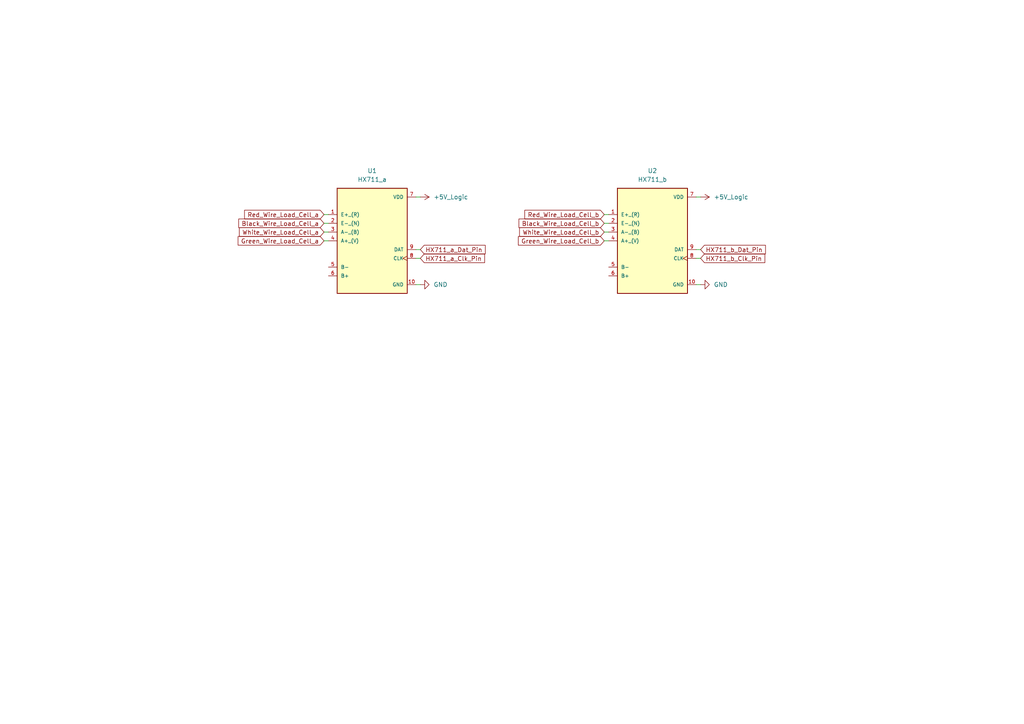
<source format=kicad_sch>
(kicad_sch (version 20231120) (generator "eeschema") (generator_version "8.0")
  (paper "A4")
  (lib_symbols
    (symbol "HX711_module:HX711_module" (pin_names (offset 1.016))
      (property "Reference" "U" (at -10.172 15.8938 0))
      (property "Value" "HX711-Mod" (at -10.1639 -17.7868 0))
      (symbol "HX711_module_0_0"
        (rectangle (start -10.16 15.24) (end 10.16 -15.24) (stroke (width 0.254)) (fill (type background)))
      )
      (symbol "HX711_module_1_0"
        (pin output line (at -12.7 7.62 0) (length 2.54) (name "E+_(R)") (number "1"))
        (pin power_in line (at 12.7 -12.7 180) (length 2.54) (name "GND") (number "10"))
        (pin input line (at -12.7 5.08 0) (length 2.54) (name "E-_(N)") (number "2"))
        (pin input line (at -12.7 2.54 0) (length 2.54) (name "A-_(B)") (number "3"))
        (pin input line (at -12.7 0 0) (length 2.54) (name "A+_(V)") (number "4"))
        (pin input line (at -12.7 -7.62 0) (length 2.54) (name "B-") (number "5"))
        (pin input line (at -12.7 -10.16 0) (length 2.54) (name "B+") (number "6"))
        (pin power_in line (at 12.7 12.7 180) (length 2.54) (name "VDD") (number "7"))
        (pin input clock (at 12.7 -5.08 180) (length 2.54) (name "CLK") (number "8"))
        (pin output line (at 12.7 -2.54 180) (length 2.54) (name "DAT") (number "9"))
      )
    )
    (symbol "power:+3V3" (power) (pin_names (offset 0))
      (property "Value" "+3V3" (at 0 3.556 0))
      (symbol "+3V3_0_1"
        (polyline (pts (xy -0.762 1.27) (xy 0 2.54)))
        (polyline (pts (xy 0 0) (xy 0 2.54)))
        (polyline (pts (xy 0 2.54) (xy 0.762 1.27)))
      )
      (symbol "+3V3_1_1"
        (pin power_in line (at 0 0 90) (length 0) hide (name "+3V3") (number "1"))
      )
    )
    (symbol "power:GND" (power) (pin_names (offset 0))
      (property "Value" "GND" (at 0 -3.81 0))
      (symbol "GND_0_1"
        (polyline (pts (xy 0 0) (xy 0 -1.27) (xy 1.27 -1.27) (xy 0 -2.54) (xy -1.27 -1.27) (xy 0 -1.27)))
      )
      (symbol "GND_1_1"
        (pin power_in line (at 0 0 270) (length 0) hide (name "GND") (number "1"))
      )
    )
  )
  (wire (pts (xy 175.26 67.31) (xy 176.53 67.31)))
  (wire (pts (xy 201.93 57.15) (xy 203.2 57.15)))
  (wire (pts (xy 93.98 69.85) (xy 95.25 69.85)))
  (wire (pts (xy 201.93 72.39) (xy 203.2 72.39)))
  (wire (pts (xy 201.93 82.55) (xy 203.2 82.55)))
  (wire (pts (xy 201.93 74.93) (xy 203.2 74.93)))
  (wire (pts (xy 175.26 64.77) (xy 176.53 64.77)))
  (wire (pts (xy 93.98 62.23) (xy 95.25 62.23)))
  (wire (pts (xy 175.26 69.85) (xy 176.53 69.85)))
  (wire (pts (xy 120.65 82.55) (xy 121.92 82.55)))
  (wire (pts (xy 175.26 62.23) (xy 176.53 62.23)))
  (wire (pts (xy 120.65 72.39) (xy 121.92 72.39)))
  (wire (pts (xy 93.98 67.31) (xy 95.25 67.31)))
  (wire (pts (xy 120.65 57.15) (xy 121.92 57.15)))
  (wire (pts (xy 93.98 64.77) (xy 95.25 64.77)))
  (wire (pts (xy 120.65 74.93) (xy 121.92 74.93)))
  (global_label "HX711_b_Clk_Pin" (shape input) (at 203.2 74.93 0) (property "Intersheetrefs" "${INTERSHEET_REFS}" (effects (hide yes))))
  (global_label "Black_Wire_Load_Cell_a" (shape input) (at 93.98 64.77 180) (property "Intersheetrefs" "${INTERSHEET_REFS}" (effects (hide yes))))
  (global_label "HX711_a_Dat_Pin" (shape input) (at 121.92 72.39 0) (property "Intersheetrefs" "${INTERSHEET_REFS}" (effects (hide yes))))
  (global_label "White_Wire_Load_Cell_b" (shape input) (at 175.26 67.31 180) (property "Intersheetrefs" "${INTERSHEET_REFS}" (effects (hide yes))))
  (global_label "Red_Wire_Load_Cell_a" (shape input) (at 93.98 62.23 180) (property "Intersheetrefs" "${INTERSHEET_REFS}" (effects (hide yes))))
  (global_label "Black_Wire_Load_Cell_b" (shape input) (at 175.26 64.77 180) (property "Intersheetrefs" "${INTERSHEET_REFS}" (effects (hide yes))))
  (global_label "Green_Wire_Load_Cell_b" (shape input) (at 175.26 69.85 180) (property "Intersheetrefs" "${INTERSHEET_REFS}" (effects (hide yes))))
  (global_label "Red_Wire_Load_Cell_b" (shape input) (at 175.26 62.23 180) (property "Intersheetrefs" "${INTERSHEET_REFS}" (effects (hide yes))))
  (global_label "HX711_a_Clk_Pin" (shape input) (at 121.92 74.93 0) (property "Intersheetrefs" "${INTERSHEET_REFS}" (effects (hide yes))))
  (global_label "Green_Wire_Load_Cell_a" (shape input) (at 93.98 69.85 180) (property "Intersheetrefs" "${INTERSHEET_REFS}" (effects (hide yes))))
  (global_label "HX711_b_Dat_Pin" (shape input) (at 203.2 72.39 0) (property "Intersheetrefs" "${INTERSHEET_REFS}" (effects (hide yes))))
  (global_label "White_Wire_Load_Cell_a" (shape input) (at 93.98 67.31 180) (property "Intersheetrefs" "${INTERSHEET_REFS}" (effects (hide yes))))
  (symbol (lib_id "HX711_module:HX711_module") (at 189.23 69.85 0) (unit 1)
    (property "Reference" "U2" (at 189.23 49.53 0))
    (property "Value" "HX711_b" (at 189.23 52.07 0))
    (property "Footprint" "HX711_mod:HX711_module" (effects (hide yes)))
  )
  (symbol (lib_id "power:+3V3") (at 203.2 57.15 270) (unit 1)
    (property "Reference" "#PWR3" (effects (hide yes)))
    (property "Value" "+5V_Logic" (at 207.01 57.1499 90) (effects (justify left)))
    (property "Description" "Power symbol creates a global label with name \"+3V3\"" (effects (hide yes)))
  )
  (symbol (lib_id "HX711_module:HX711_module") (at 107.95 69.85 0) (unit 1)
    (property "Reference" "U1" (at 107.95 49.53 0))
    (property "Value" "HX711_a" (at 107.95 52.07 0))
    (property "Footprint" "HX711_mod:HX711_module" (effects (hide yes)))
  )
  (symbol (lib_id "power:GND") (at 203.2 82.55 90) (unit 1)
    (property "Reference" "#PWR4" (effects (hide yes)))
    (property "Value" "GND" (at 207.01 82.5499 90) (effects (justify right)))
    (property "Description" "Power symbol creates a global label with name \"GND\" , ground" (effects (hide yes)))
  )
  (symbol (lib_id "power:+3V3") (at 121.92 57.15 270) (unit 1)
    (property "Reference" "#PWR1" (effects (hide yes)))
    (property "Value" "+5V_Logic" (at 125.73 57.1499 90) (effects (justify left)))
    (property "Description" "Power symbol creates a global label with name \"+3V3\"" (effects (hide yes)))
  )
  (symbol (lib_id "power:GND") (at 121.92 82.55 90) (unit 1)
    (property "Reference" "#PWR2" (effects (hide yes)))
    (property "Value" "GND" (at 125.73 82.5499 90) (effects (justify right)))
    (property "Description" "Power symbol creates a global label with name \"GND\" , ground" (effects (hide yes)))
  )
)
</source>
